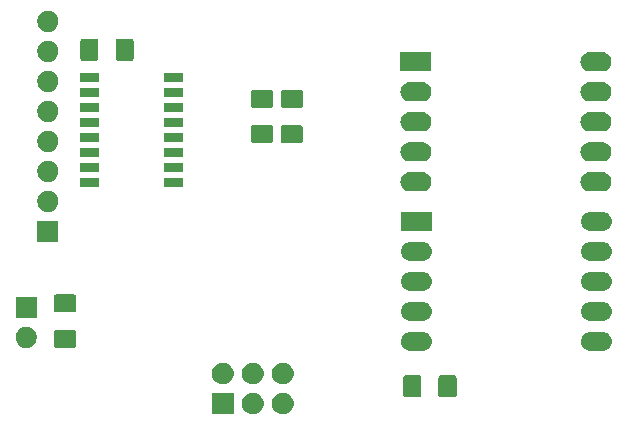
<source format=gbr>
G04 #@! TF.GenerationSoftware,KiCad,Pcbnew,5.1.6-1.fc32*
G04 #@! TF.CreationDate,2020-06-02T17:43:18-04:00*
G04 #@! TF.ProjectId,binarydispattiny,62696e61-7279-4646-9973-70617474696e,0.3*
G04 #@! TF.SameCoordinates,Original*
G04 #@! TF.FileFunction,Soldermask,Bot*
G04 #@! TF.FilePolarity,Negative*
%FSLAX46Y46*%
G04 Gerber Fmt 4.6, Leading zero omitted, Abs format (unit mm)*
G04 Created by KiCad (PCBNEW 5.1.6-1.fc32) date 2020-06-02 17:43:18*
%MOMM*%
%LPD*%
G01*
G04 APERTURE LIST*
%ADD10C,0.100000*%
G04 APERTURE END LIST*
D10*
G36*
X129972000Y-111315700D02*
G01*
X128142800Y-111315700D01*
X128142800Y-109486500D01*
X129972000Y-109486500D01*
X129972000Y-111315700D01*
G37*
G36*
X131864178Y-109521647D02*
G01*
X132030624Y-109590591D01*
X132180422Y-109690683D01*
X132307817Y-109818078D01*
X132407909Y-109967876D01*
X132476853Y-110134322D01*
X132512000Y-110311018D01*
X132512000Y-110491182D01*
X132476853Y-110667878D01*
X132407909Y-110834324D01*
X132307817Y-110984122D01*
X132180422Y-111111517D01*
X132030624Y-111211609D01*
X131864178Y-111280553D01*
X131687482Y-111315700D01*
X131507318Y-111315700D01*
X131330622Y-111280553D01*
X131164176Y-111211609D01*
X131014378Y-111111517D01*
X130886983Y-110984122D01*
X130786891Y-110834324D01*
X130717947Y-110667878D01*
X130682800Y-110491182D01*
X130682800Y-110311018D01*
X130717947Y-110134322D01*
X130786891Y-109967876D01*
X130886983Y-109818078D01*
X131014378Y-109690683D01*
X131164176Y-109590591D01*
X131330622Y-109521647D01*
X131507318Y-109486500D01*
X131687482Y-109486500D01*
X131864178Y-109521647D01*
G37*
G36*
X134404178Y-109521647D02*
G01*
X134570624Y-109590591D01*
X134720422Y-109690683D01*
X134847817Y-109818078D01*
X134947909Y-109967876D01*
X135016853Y-110134322D01*
X135052000Y-110311018D01*
X135052000Y-110491182D01*
X135016853Y-110667878D01*
X134947909Y-110834324D01*
X134847817Y-110984122D01*
X134720422Y-111111517D01*
X134570624Y-111211609D01*
X134404178Y-111280553D01*
X134227482Y-111315700D01*
X134047318Y-111315700D01*
X133870622Y-111280553D01*
X133704176Y-111211609D01*
X133554378Y-111111517D01*
X133426983Y-110984122D01*
X133326891Y-110834324D01*
X133257947Y-110667878D01*
X133222800Y-110491182D01*
X133222800Y-110311018D01*
X133257947Y-110134322D01*
X133326891Y-109967876D01*
X133426983Y-109818078D01*
X133554378Y-109690683D01*
X133704176Y-109590591D01*
X133870622Y-109521647D01*
X134047318Y-109486500D01*
X134227482Y-109486500D01*
X134404178Y-109521647D01*
G37*
G36*
X145719122Y-108028941D02*
G01*
X145754041Y-108039534D01*
X145786223Y-108056736D01*
X145814433Y-108079887D01*
X145837584Y-108108097D01*
X145854786Y-108140279D01*
X145865379Y-108175198D01*
X145869560Y-108217655D01*
X145869560Y-109683865D01*
X145865379Y-109726322D01*
X145854786Y-109761241D01*
X145837584Y-109793423D01*
X145814433Y-109821633D01*
X145786223Y-109844784D01*
X145754041Y-109861986D01*
X145719122Y-109872579D01*
X145676665Y-109876760D01*
X144535455Y-109876760D01*
X144492998Y-109872579D01*
X144458079Y-109861986D01*
X144425897Y-109844784D01*
X144397687Y-109821633D01*
X144374536Y-109793423D01*
X144357334Y-109761241D01*
X144346741Y-109726322D01*
X144342560Y-109683865D01*
X144342560Y-108217655D01*
X144346741Y-108175198D01*
X144357334Y-108140279D01*
X144374536Y-108108097D01*
X144397687Y-108079887D01*
X144425897Y-108056736D01*
X144458079Y-108039534D01*
X144492998Y-108028941D01*
X144535455Y-108024760D01*
X145676665Y-108024760D01*
X145719122Y-108028941D01*
G37*
G36*
X148694122Y-108028941D02*
G01*
X148729041Y-108039534D01*
X148761223Y-108056736D01*
X148789433Y-108079887D01*
X148812584Y-108108097D01*
X148829786Y-108140279D01*
X148840379Y-108175198D01*
X148844560Y-108217655D01*
X148844560Y-109683865D01*
X148840379Y-109726322D01*
X148829786Y-109761241D01*
X148812584Y-109793423D01*
X148789433Y-109821633D01*
X148761223Y-109844784D01*
X148729041Y-109861986D01*
X148694122Y-109872579D01*
X148651665Y-109876760D01*
X147510455Y-109876760D01*
X147467998Y-109872579D01*
X147433079Y-109861986D01*
X147400897Y-109844784D01*
X147372687Y-109821633D01*
X147349536Y-109793423D01*
X147332334Y-109761241D01*
X147321741Y-109726322D01*
X147317560Y-109683865D01*
X147317560Y-108217655D01*
X147321741Y-108175198D01*
X147332334Y-108140279D01*
X147349536Y-108108097D01*
X147372687Y-108079887D01*
X147400897Y-108056736D01*
X147433079Y-108039534D01*
X147467998Y-108028941D01*
X147510455Y-108024760D01*
X148651665Y-108024760D01*
X148694122Y-108028941D01*
G37*
G36*
X129324178Y-106981647D02*
G01*
X129490624Y-107050591D01*
X129640422Y-107150683D01*
X129767817Y-107278078D01*
X129867909Y-107427876D01*
X129936853Y-107594322D01*
X129972000Y-107771018D01*
X129972000Y-107951182D01*
X129936853Y-108127878D01*
X129867909Y-108294324D01*
X129767817Y-108444122D01*
X129640422Y-108571517D01*
X129490624Y-108671609D01*
X129324178Y-108740553D01*
X129147482Y-108775700D01*
X128967318Y-108775700D01*
X128790622Y-108740553D01*
X128624176Y-108671609D01*
X128474378Y-108571517D01*
X128346983Y-108444122D01*
X128246891Y-108294324D01*
X128177947Y-108127878D01*
X128142800Y-107951182D01*
X128142800Y-107771018D01*
X128177947Y-107594322D01*
X128246891Y-107427876D01*
X128346983Y-107278078D01*
X128474378Y-107150683D01*
X128624176Y-107050591D01*
X128790622Y-106981647D01*
X128967318Y-106946500D01*
X129147482Y-106946500D01*
X129324178Y-106981647D01*
G37*
G36*
X131864178Y-106981647D02*
G01*
X132030624Y-107050591D01*
X132180422Y-107150683D01*
X132307817Y-107278078D01*
X132407909Y-107427876D01*
X132476853Y-107594322D01*
X132512000Y-107771018D01*
X132512000Y-107951182D01*
X132476853Y-108127878D01*
X132407909Y-108294324D01*
X132307817Y-108444122D01*
X132180422Y-108571517D01*
X132030624Y-108671609D01*
X131864178Y-108740553D01*
X131687482Y-108775700D01*
X131507318Y-108775700D01*
X131330622Y-108740553D01*
X131164176Y-108671609D01*
X131014378Y-108571517D01*
X130886983Y-108444122D01*
X130786891Y-108294324D01*
X130717947Y-108127878D01*
X130682800Y-107951182D01*
X130682800Y-107771018D01*
X130717947Y-107594322D01*
X130786891Y-107427876D01*
X130886983Y-107278078D01*
X131014378Y-107150683D01*
X131164176Y-107050591D01*
X131330622Y-106981647D01*
X131507318Y-106946500D01*
X131687482Y-106946500D01*
X131864178Y-106981647D01*
G37*
G36*
X134404178Y-106981647D02*
G01*
X134570624Y-107050591D01*
X134720422Y-107150683D01*
X134847817Y-107278078D01*
X134947909Y-107427876D01*
X135016853Y-107594322D01*
X135052000Y-107771018D01*
X135052000Y-107951182D01*
X135016853Y-108127878D01*
X134947909Y-108294324D01*
X134847817Y-108444122D01*
X134720422Y-108571517D01*
X134570624Y-108671609D01*
X134404178Y-108740553D01*
X134227482Y-108775700D01*
X134047318Y-108775700D01*
X133870622Y-108740553D01*
X133704176Y-108671609D01*
X133554378Y-108571517D01*
X133426983Y-108444122D01*
X133326891Y-108294324D01*
X133257947Y-108127878D01*
X133222800Y-107951182D01*
X133222800Y-107771018D01*
X133257947Y-107594322D01*
X133326891Y-107427876D01*
X133426983Y-107278078D01*
X133554378Y-107150683D01*
X133704176Y-107050591D01*
X133870622Y-106981647D01*
X134047318Y-106946500D01*
X134227482Y-106946500D01*
X134404178Y-106981647D01*
G37*
G36*
X146020147Y-104341841D02*
G01*
X146099776Y-104349684D01*
X146253027Y-104396172D01*
X146253030Y-104396173D01*
X146394263Y-104471664D01*
X146518059Y-104573261D01*
X146619656Y-104697057D01*
X146695147Y-104838290D01*
X146695148Y-104838293D01*
X146741636Y-104991544D01*
X146757333Y-105150920D01*
X146741636Y-105310296D01*
X146722083Y-105374753D01*
X146695147Y-105463550D01*
X146619656Y-105604783D01*
X146518059Y-105728579D01*
X146394263Y-105830176D01*
X146253030Y-105905667D01*
X146253027Y-105905668D01*
X146099776Y-105952156D01*
X146020147Y-105959999D01*
X145980334Y-105963920D01*
X144900466Y-105963920D01*
X144860653Y-105959999D01*
X144781024Y-105952156D01*
X144627773Y-105905668D01*
X144627770Y-105905667D01*
X144486537Y-105830176D01*
X144362741Y-105728579D01*
X144261144Y-105604783D01*
X144185653Y-105463550D01*
X144158717Y-105374753D01*
X144139164Y-105310296D01*
X144123467Y-105150920D01*
X144139164Y-104991544D01*
X144185652Y-104838293D01*
X144185653Y-104838290D01*
X144261144Y-104697057D01*
X144362741Y-104573261D01*
X144486537Y-104471664D01*
X144627770Y-104396173D01*
X144627773Y-104396172D01*
X144781024Y-104349684D01*
X144860653Y-104341841D01*
X144900466Y-104337920D01*
X145980334Y-104337920D01*
X146020147Y-104341841D01*
G37*
G36*
X161260147Y-104341841D02*
G01*
X161339776Y-104349684D01*
X161493027Y-104396172D01*
X161493030Y-104396173D01*
X161634263Y-104471664D01*
X161758059Y-104573261D01*
X161859656Y-104697057D01*
X161935147Y-104838290D01*
X161935148Y-104838293D01*
X161981636Y-104991544D01*
X161997333Y-105150920D01*
X161981636Y-105310296D01*
X161962083Y-105374753D01*
X161935147Y-105463550D01*
X161859656Y-105604783D01*
X161758059Y-105728579D01*
X161634263Y-105830176D01*
X161493030Y-105905667D01*
X161493027Y-105905668D01*
X161339776Y-105952156D01*
X161260147Y-105959999D01*
X161220334Y-105963920D01*
X160140466Y-105963920D01*
X160100653Y-105959999D01*
X160021024Y-105952156D01*
X159867773Y-105905668D01*
X159867770Y-105905667D01*
X159726537Y-105830176D01*
X159602741Y-105728579D01*
X159501144Y-105604783D01*
X159425653Y-105463550D01*
X159398717Y-105374753D01*
X159379164Y-105310296D01*
X159363467Y-105150920D01*
X159379164Y-104991544D01*
X159425652Y-104838293D01*
X159425653Y-104838290D01*
X159501144Y-104697057D01*
X159602741Y-104573261D01*
X159726537Y-104471664D01*
X159867770Y-104396173D01*
X159867773Y-104396172D01*
X160021024Y-104349684D01*
X160100653Y-104341841D01*
X160140466Y-104337920D01*
X161220334Y-104337920D01*
X161260147Y-104341841D01*
G37*
G36*
X112521212Y-103904327D02*
G01*
X112670512Y-103934024D01*
X112834484Y-104001944D01*
X112982054Y-104100547D01*
X113107553Y-104226046D01*
X113206156Y-104373616D01*
X113274076Y-104537588D01*
X113308700Y-104711659D01*
X113308700Y-104889141D01*
X113274076Y-105063212D01*
X113206156Y-105227184D01*
X113107553Y-105374754D01*
X112982054Y-105500253D01*
X112834484Y-105598856D01*
X112670512Y-105666776D01*
X112521212Y-105696473D01*
X112496442Y-105701400D01*
X112318958Y-105701400D01*
X112294188Y-105696473D01*
X112144888Y-105666776D01*
X111980916Y-105598856D01*
X111833346Y-105500253D01*
X111707847Y-105374754D01*
X111609244Y-105227184D01*
X111541324Y-105063212D01*
X111506700Y-104889141D01*
X111506700Y-104711659D01*
X111541324Y-104537588D01*
X111609244Y-104373616D01*
X111707847Y-104226046D01*
X111833346Y-104100547D01*
X111980916Y-104001944D01*
X112144888Y-103934024D01*
X112294188Y-103904327D01*
X112318958Y-103899400D01*
X112496442Y-103899400D01*
X112521212Y-103904327D01*
G37*
G36*
X116472562Y-104144281D02*
G01*
X116507481Y-104154874D01*
X116539663Y-104172076D01*
X116567873Y-104195227D01*
X116591024Y-104223437D01*
X116608226Y-104255619D01*
X116618819Y-104290538D01*
X116623000Y-104332995D01*
X116623000Y-105474205D01*
X116618819Y-105516662D01*
X116608226Y-105551581D01*
X116591024Y-105583763D01*
X116567873Y-105611973D01*
X116539663Y-105635124D01*
X116507481Y-105652326D01*
X116472562Y-105662919D01*
X116430105Y-105667100D01*
X114963895Y-105667100D01*
X114921438Y-105662919D01*
X114886519Y-105652326D01*
X114854337Y-105635124D01*
X114826127Y-105611973D01*
X114802976Y-105583763D01*
X114785774Y-105551581D01*
X114775181Y-105516662D01*
X114771000Y-105474205D01*
X114771000Y-104332995D01*
X114775181Y-104290538D01*
X114785774Y-104255619D01*
X114802976Y-104223437D01*
X114826127Y-104195227D01*
X114854337Y-104172076D01*
X114886519Y-104154874D01*
X114921438Y-104144281D01*
X114963895Y-104140100D01*
X116430105Y-104140100D01*
X116472562Y-104144281D01*
G37*
G36*
X146020147Y-101801841D02*
G01*
X146099776Y-101809684D01*
X146253027Y-101856172D01*
X146253030Y-101856173D01*
X146394263Y-101931664D01*
X146518059Y-102033261D01*
X146619656Y-102157057D01*
X146695147Y-102298290D01*
X146695148Y-102298293D01*
X146741636Y-102451544D01*
X146757333Y-102610920D01*
X146741636Y-102770296D01*
X146695148Y-102923547D01*
X146695147Y-102923550D01*
X146619656Y-103064783D01*
X146518059Y-103188579D01*
X146394263Y-103290176D01*
X146253030Y-103365667D01*
X146253027Y-103365668D01*
X146099776Y-103412156D01*
X146020147Y-103419999D01*
X145980334Y-103423920D01*
X144900466Y-103423920D01*
X144860653Y-103419999D01*
X144781024Y-103412156D01*
X144627773Y-103365668D01*
X144627770Y-103365667D01*
X144486537Y-103290176D01*
X144362741Y-103188579D01*
X144261144Y-103064783D01*
X144185653Y-102923550D01*
X144185652Y-102923547D01*
X144139164Y-102770296D01*
X144123467Y-102610920D01*
X144139164Y-102451544D01*
X144185652Y-102298293D01*
X144185653Y-102298290D01*
X144261144Y-102157057D01*
X144362741Y-102033261D01*
X144486537Y-101931664D01*
X144627770Y-101856173D01*
X144627773Y-101856172D01*
X144781024Y-101809684D01*
X144860653Y-101801841D01*
X144900466Y-101797920D01*
X145980334Y-101797920D01*
X146020147Y-101801841D01*
G37*
G36*
X161260147Y-101801841D02*
G01*
X161339776Y-101809684D01*
X161493027Y-101856172D01*
X161493030Y-101856173D01*
X161634263Y-101931664D01*
X161758059Y-102033261D01*
X161859656Y-102157057D01*
X161935147Y-102298290D01*
X161935148Y-102298293D01*
X161981636Y-102451544D01*
X161997333Y-102610920D01*
X161981636Y-102770296D01*
X161935148Y-102923547D01*
X161935147Y-102923550D01*
X161859656Y-103064783D01*
X161758059Y-103188579D01*
X161634263Y-103290176D01*
X161493030Y-103365667D01*
X161493027Y-103365668D01*
X161339776Y-103412156D01*
X161260147Y-103419999D01*
X161220334Y-103423920D01*
X160140466Y-103423920D01*
X160100653Y-103419999D01*
X160021024Y-103412156D01*
X159867773Y-103365668D01*
X159867770Y-103365667D01*
X159726537Y-103290176D01*
X159602741Y-103188579D01*
X159501144Y-103064783D01*
X159425653Y-102923550D01*
X159425652Y-102923547D01*
X159379164Y-102770296D01*
X159363467Y-102610920D01*
X159379164Y-102451544D01*
X159425652Y-102298293D01*
X159425653Y-102298290D01*
X159501144Y-102157057D01*
X159602741Y-102033261D01*
X159726537Y-101931664D01*
X159867770Y-101856173D01*
X159867773Y-101856172D01*
X160021024Y-101809684D01*
X160100653Y-101801841D01*
X160140466Y-101797920D01*
X161220334Y-101797920D01*
X161260147Y-101801841D01*
G37*
G36*
X113308700Y-103161400D02*
G01*
X111506700Y-103161400D01*
X111506700Y-101359400D01*
X113308700Y-101359400D01*
X113308700Y-103161400D01*
G37*
G36*
X116472562Y-101169281D02*
G01*
X116507481Y-101179874D01*
X116539663Y-101197076D01*
X116567873Y-101220227D01*
X116591024Y-101248437D01*
X116608226Y-101280619D01*
X116618819Y-101315538D01*
X116623000Y-101357995D01*
X116623000Y-102499205D01*
X116618819Y-102541662D01*
X116608226Y-102576581D01*
X116591024Y-102608763D01*
X116567873Y-102636973D01*
X116539663Y-102660124D01*
X116507481Y-102677326D01*
X116472562Y-102687919D01*
X116430105Y-102692100D01*
X114963895Y-102692100D01*
X114921438Y-102687919D01*
X114886519Y-102677326D01*
X114854337Y-102660124D01*
X114826127Y-102636973D01*
X114802976Y-102608763D01*
X114785774Y-102576581D01*
X114775181Y-102541662D01*
X114771000Y-102499205D01*
X114771000Y-101357995D01*
X114775181Y-101315538D01*
X114785774Y-101280619D01*
X114802976Y-101248437D01*
X114826127Y-101220227D01*
X114854337Y-101197076D01*
X114886519Y-101179874D01*
X114921438Y-101169281D01*
X114963895Y-101165100D01*
X116430105Y-101165100D01*
X116472562Y-101169281D01*
G37*
G36*
X146020147Y-99261841D02*
G01*
X146099776Y-99269684D01*
X146253027Y-99316172D01*
X146253030Y-99316173D01*
X146394263Y-99391664D01*
X146518059Y-99493261D01*
X146619656Y-99617057D01*
X146695147Y-99758290D01*
X146695148Y-99758293D01*
X146741636Y-99911544D01*
X146757333Y-100070920D01*
X146741636Y-100230296D01*
X146695148Y-100383547D01*
X146695147Y-100383550D01*
X146619656Y-100524783D01*
X146518059Y-100648579D01*
X146394263Y-100750176D01*
X146253030Y-100825667D01*
X146253027Y-100825668D01*
X146099776Y-100872156D01*
X146020147Y-100879999D01*
X145980334Y-100883920D01*
X144900466Y-100883920D01*
X144860653Y-100879999D01*
X144781024Y-100872156D01*
X144627773Y-100825668D01*
X144627770Y-100825667D01*
X144486537Y-100750176D01*
X144362741Y-100648579D01*
X144261144Y-100524783D01*
X144185653Y-100383550D01*
X144185652Y-100383547D01*
X144139164Y-100230296D01*
X144123467Y-100070920D01*
X144139164Y-99911544D01*
X144185652Y-99758293D01*
X144185653Y-99758290D01*
X144261144Y-99617057D01*
X144362741Y-99493261D01*
X144486537Y-99391664D01*
X144627770Y-99316173D01*
X144627773Y-99316172D01*
X144781024Y-99269684D01*
X144860653Y-99261841D01*
X144900466Y-99257920D01*
X145980334Y-99257920D01*
X146020147Y-99261841D01*
G37*
G36*
X161260147Y-99261841D02*
G01*
X161339776Y-99269684D01*
X161493027Y-99316172D01*
X161493030Y-99316173D01*
X161634263Y-99391664D01*
X161758059Y-99493261D01*
X161859656Y-99617057D01*
X161935147Y-99758290D01*
X161935148Y-99758293D01*
X161981636Y-99911544D01*
X161997333Y-100070920D01*
X161981636Y-100230296D01*
X161935148Y-100383547D01*
X161935147Y-100383550D01*
X161859656Y-100524783D01*
X161758059Y-100648579D01*
X161634263Y-100750176D01*
X161493030Y-100825667D01*
X161493027Y-100825668D01*
X161339776Y-100872156D01*
X161260147Y-100879999D01*
X161220334Y-100883920D01*
X160140466Y-100883920D01*
X160100653Y-100879999D01*
X160021024Y-100872156D01*
X159867773Y-100825668D01*
X159867770Y-100825667D01*
X159726537Y-100750176D01*
X159602741Y-100648579D01*
X159501144Y-100524783D01*
X159425653Y-100383550D01*
X159425652Y-100383547D01*
X159379164Y-100230296D01*
X159363467Y-100070920D01*
X159379164Y-99911544D01*
X159425652Y-99758293D01*
X159425653Y-99758290D01*
X159501144Y-99617057D01*
X159602741Y-99493261D01*
X159726537Y-99391664D01*
X159867770Y-99316173D01*
X159867773Y-99316172D01*
X160021024Y-99269684D01*
X160100653Y-99261841D01*
X160140466Y-99257920D01*
X161220334Y-99257920D01*
X161260147Y-99261841D01*
G37*
G36*
X161260147Y-96721841D02*
G01*
X161339776Y-96729684D01*
X161493027Y-96776172D01*
X161493030Y-96776173D01*
X161634263Y-96851664D01*
X161758059Y-96953261D01*
X161859656Y-97077057D01*
X161935147Y-97218290D01*
X161935148Y-97218293D01*
X161981636Y-97371544D01*
X161997333Y-97530920D01*
X161981636Y-97690296D01*
X161935148Y-97843547D01*
X161935147Y-97843550D01*
X161859656Y-97984783D01*
X161758059Y-98108579D01*
X161634263Y-98210176D01*
X161493030Y-98285667D01*
X161493027Y-98285668D01*
X161339776Y-98332156D01*
X161260147Y-98339999D01*
X161220334Y-98343920D01*
X160140466Y-98343920D01*
X160100653Y-98339999D01*
X160021024Y-98332156D01*
X159867773Y-98285668D01*
X159867770Y-98285667D01*
X159726537Y-98210176D01*
X159602741Y-98108579D01*
X159501144Y-97984783D01*
X159425653Y-97843550D01*
X159425652Y-97843547D01*
X159379164Y-97690296D01*
X159363467Y-97530920D01*
X159379164Y-97371544D01*
X159425652Y-97218293D01*
X159425653Y-97218290D01*
X159501144Y-97077057D01*
X159602741Y-96953261D01*
X159726537Y-96851664D01*
X159867770Y-96776173D01*
X159867773Y-96776172D01*
X160021024Y-96729684D01*
X160100653Y-96721841D01*
X160140466Y-96717920D01*
X161220334Y-96717920D01*
X161260147Y-96721841D01*
G37*
G36*
X146020147Y-96721841D02*
G01*
X146099776Y-96729684D01*
X146253027Y-96776172D01*
X146253030Y-96776173D01*
X146394263Y-96851664D01*
X146518059Y-96953261D01*
X146619656Y-97077057D01*
X146695147Y-97218290D01*
X146695148Y-97218293D01*
X146741636Y-97371544D01*
X146757333Y-97530920D01*
X146741636Y-97690296D01*
X146695148Y-97843547D01*
X146695147Y-97843550D01*
X146619656Y-97984783D01*
X146518059Y-98108579D01*
X146394263Y-98210176D01*
X146253030Y-98285667D01*
X146253027Y-98285668D01*
X146099776Y-98332156D01*
X146020147Y-98339999D01*
X145980334Y-98343920D01*
X144900466Y-98343920D01*
X144860653Y-98339999D01*
X144781024Y-98332156D01*
X144627773Y-98285668D01*
X144627770Y-98285667D01*
X144486537Y-98210176D01*
X144362741Y-98108579D01*
X144261144Y-97984783D01*
X144185653Y-97843550D01*
X144185652Y-97843547D01*
X144139164Y-97690296D01*
X144123467Y-97530920D01*
X144139164Y-97371544D01*
X144185652Y-97218293D01*
X144185653Y-97218290D01*
X144261144Y-97077057D01*
X144362741Y-96953261D01*
X144486537Y-96851664D01*
X144627770Y-96776173D01*
X144627773Y-96776172D01*
X144781024Y-96729684D01*
X144860653Y-96721841D01*
X144900466Y-96717920D01*
X145980334Y-96717920D01*
X146020147Y-96721841D01*
G37*
G36*
X115137500Y-96722500D02*
G01*
X113335500Y-96722500D01*
X113335500Y-94920500D01*
X115137500Y-94920500D01*
X115137500Y-96722500D01*
G37*
G36*
X161260147Y-94181841D02*
G01*
X161339776Y-94189684D01*
X161493027Y-94236172D01*
X161493030Y-94236173D01*
X161634263Y-94311664D01*
X161758059Y-94413261D01*
X161859656Y-94537057D01*
X161935147Y-94678290D01*
X161935148Y-94678293D01*
X161981636Y-94831544D01*
X161997333Y-94990920D01*
X161981636Y-95150296D01*
X161935148Y-95303547D01*
X161935147Y-95303550D01*
X161859656Y-95444783D01*
X161758059Y-95568579D01*
X161634263Y-95670176D01*
X161493030Y-95745667D01*
X161493027Y-95745668D01*
X161339776Y-95792156D01*
X161260147Y-95799999D01*
X161220334Y-95803920D01*
X160140466Y-95803920D01*
X160100653Y-95799999D01*
X160021024Y-95792156D01*
X159867773Y-95745668D01*
X159867770Y-95745667D01*
X159726537Y-95670176D01*
X159602741Y-95568579D01*
X159501144Y-95444783D01*
X159425653Y-95303550D01*
X159425652Y-95303547D01*
X159379164Y-95150296D01*
X159363467Y-94990920D01*
X159379164Y-94831544D01*
X159425652Y-94678293D01*
X159425653Y-94678290D01*
X159501144Y-94537057D01*
X159602741Y-94413261D01*
X159726537Y-94311664D01*
X159867770Y-94236173D01*
X159867773Y-94236172D01*
X160021024Y-94189684D01*
X160100653Y-94181841D01*
X160140466Y-94177920D01*
X161220334Y-94177920D01*
X161260147Y-94181841D01*
G37*
G36*
X146753400Y-95803920D02*
G01*
X144127400Y-95803920D01*
X144127400Y-94177920D01*
X146753400Y-94177920D01*
X146753400Y-95803920D01*
G37*
G36*
X114350012Y-92385427D02*
G01*
X114499312Y-92415124D01*
X114663284Y-92483044D01*
X114810854Y-92581647D01*
X114936353Y-92707146D01*
X115034956Y-92854716D01*
X115102876Y-93018688D01*
X115137500Y-93192759D01*
X115137500Y-93370241D01*
X115102876Y-93544312D01*
X115034956Y-93708284D01*
X114936353Y-93855854D01*
X114810854Y-93981353D01*
X114663284Y-94079956D01*
X114499312Y-94147876D01*
X114350012Y-94177573D01*
X114325242Y-94182500D01*
X114147758Y-94182500D01*
X114122988Y-94177573D01*
X113973688Y-94147876D01*
X113809716Y-94079956D01*
X113662146Y-93981353D01*
X113536647Y-93855854D01*
X113438044Y-93708284D01*
X113370124Y-93544312D01*
X113335500Y-93370241D01*
X113335500Y-93192759D01*
X113370124Y-93018688D01*
X113438044Y-92854716D01*
X113536647Y-92707146D01*
X113662146Y-92581647D01*
X113809716Y-92483044D01*
X113973688Y-92415124D01*
X114122988Y-92385427D01*
X114147758Y-92380500D01*
X114325242Y-92380500D01*
X114350012Y-92385427D01*
G37*
G36*
X161224587Y-90823501D02*
G01*
X161304216Y-90831344D01*
X161457467Y-90877832D01*
X161457470Y-90877833D01*
X161598703Y-90953324D01*
X161722499Y-91054921D01*
X161824096Y-91178717D01*
X161899587Y-91319950D01*
X161899588Y-91319953D01*
X161946076Y-91473204D01*
X161961773Y-91632580D01*
X161946076Y-91791956D01*
X161899588Y-91945207D01*
X161899587Y-91945210D01*
X161824096Y-92086443D01*
X161722499Y-92210239D01*
X161598703Y-92311836D01*
X161457470Y-92387327D01*
X161457467Y-92387328D01*
X161304216Y-92433816D01*
X161224587Y-92441659D01*
X161184774Y-92445580D01*
X160104906Y-92445580D01*
X160065093Y-92441659D01*
X159985464Y-92433816D01*
X159832213Y-92387328D01*
X159832210Y-92387327D01*
X159690977Y-92311836D01*
X159567181Y-92210239D01*
X159465584Y-92086443D01*
X159390093Y-91945210D01*
X159390092Y-91945207D01*
X159343604Y-91791956D01*
X159327907Y-91632580D01*
X159343604Y-91473204D01*
X159390092Y-91319953D01*
X159390093Y-91319950D01*
X159465584Y-91178717D01*
X159567181Y-91054921D01*
X159690977Y-90953324D01*
X159832210Y-90877833D01*
X159832213Y-90877832D01*
X159985464Y-90831344D01*
X160065093Y-90823501D01*
X160104906Y-90819580D01*
X161184774Y-90819580D01*
X161224587Y-90823501D01*
G37*
G36*
X145984587Y-90823501D02*
G01*
X146064216Y-90831344D01*
X146217467Y-90877832D01*
X146217470Y-90877833D01*
X146358703Y-90953324D01*
X146482499Y-91054921D01*
X146584096Y-91178717D01*
X146659587Y-91319950D01*
X146659588Y-91319953D01*
X146706076Y-91473204D01*
X146721773Y-91632580D01*
X146706076Y-91791956D01*
X146659588Y-91945207D01*
X146659587Y-91945210D01*
X146584096Y-92086443D01*
X146482499Y-92210239D01*
X146358703Y-92311836D01*
X146217470Y-92387327D01*
X146217467Y-92387328D01*
X146064216Y-92433816D01*
X145984587Y-92441659D01*
X145944774Y-92445580D01*
X144864906Y-92445580D01*
X144825093Y-92441659D01*
X144745464Y-92433816D01*
X144592213Y-92387328D01*
X144592210Y-92387327D01*
X144450977Y-92311836D01*
X144327181Y-92210239D01*
X144225584Y-92086443D01*
X144150093Y-91945210D01*
X144150092Y-91945207D01*
X144103604Y-91791956D01*
X144087907Y-91632580D01*
X144103604Y-91473204D01*
X144150092Y-91319953D01*
X144150093Y-91319950D01*
X144225584Y-91178717D01*
X144327181Y-91054921D01*
X144450977Y-90953324D01*
X144592210Y-90877833D01*
X144592213Y-90877832D01*
X144745464Y-90831344D01*
X144825093Y-90823501D01*
X144864906Y-90819580D01*
X145944774Y-90819580D01*
X145984587Y-90823501D01*
G37*
G36*
X118599500Y-92045000D02*
G01*
X116997500Y-92045000D01*
X116997500Y-91343000D01*
X118599500Y-91343000D01*
X118599500Y-92045000D01*
G37*
G36*
X125699500Y-92045000D02*
G01*
X124097500Y-92045000D01*
X124097500Y-91343000D01*
X125699500Y-91343000D01*
X125699500Y-92045000D01*
G37*
G36*
X114350012Y-89845427D02*
G01*
X114499312Y-89875124D01*
X114663284Y-89943044D01*
X114810854Y-90041647D01*
X114936353Y-90167146D01*
X115034956Y-90314716D01*
X115102876Y-90478688D01*
X115137500Y-90652759D01*
X115137500Y-90830241D01*
X115102876Y-91004312D01*
X115034956Y-91168284D01*
X114936353Y-91315854D01*
X114810854Y-91441353D01*
X114663284Y-91539956D01*
X114499312Y-91607876D01*
X114350012Y-91637573D01*
X114325242Y-91642500D01*
X114147758Y-91642500D01*
X114122988Y-91637573D01*
X113973688Y-91607876D01*
X113809716Y-91539956D01*
X113662146Y-91441353D01*
X113536647Y-91315854D01*
X113438044Y-91168284D01*
X113370124Y-91004312D01*
X113335500Y-90830241D01*
X113335500Y-90652759D01*
X113370124Y-90478688D01*
X113438044Y-90314716D01*
X113536647Y-90167146D01*
X113662146Y-90041647D01*
X113809716Y-89943044D01*
X113973688Y-89875124D01*
X114122988Y-89845427D01*
X114147758Y-89840500D01*
X114325242Y-89840500D01*
X114350012Y-89845427D01*
G37*
G36*
X125699500Y-90775000D02*
G01*
X124097500Y-90775000D01*
X124097500Y-90073000D01*
X125699500Y-90073000D01*
X125699500Y-90775000D01*
G37*
G36*
X118599500Y-90775000D02*
G01*
X116997500Y-90775000D01*
X116997500Y-90073000D01*
X118599500Y-90073000D01*
X118599500Y-90775000D01*
G37*
G36*
X161224587Y-88283501D02*
G01*
X161304216Y-88291344D01*
X161440364Y-88332644D01*
X161457470Y-88337833D01*
X161598703Y-88413324D01*
X161722499Y-88514921D01*
X161824096Y-88638717D01*
X161899587Y-88779950D01*
X161899588Y-88779953D01*
X161946076Y-88933204D01*
X161961773Y-89092580D01*
X161946076Y-89251956D01*
X161899588Y-89405207D01*
X161899587Y-89405210D01*
X161824096Y-89546443D01*
X161722499Y-89670239D01*
X161598703Y-89771836D01*
X161457470Y-89847327D01*
X161457467Y-89847328D01*
X161304216Y-89893816D01*
X161224587Y-89901659D01*
X161184774Y-89905580D01*
X160104906Y-89905580D01*
X160065093Y-89901659D01*
X159985464Y-89893816D01*
X159832213Y-89847328D01*
X159832210Y-89847327D01*
X159690977Y-89771836D01*
X159567181Y-89670239D01*
X159465584Y-89546443D01*
X159390093Y-89405210D01*
X159390092Y-89405207D01*
X159343604Y-89251956D01*
X159327907Y-89092580D01*
X159343604Y-88933204D01*
X159390092Y-88779953D01*
X159390093Y-88779950D01*
X159465584Y-88638717D01*
X159567181Y-88514921D01*
X159690977Y-88413324D01*
X159832210Y-88337833D01*
X159849316Y-88332644D01*
X159985464Y-88291344D01*
X160065093Y-88283501D01*
X160104906Y-88279580D01*
X161184774Y-88279580D01*
X161224587Y-88283501D01*
G37*
G36*
X145984587Y-88283501D02*
G01*
X146064216Y-88291344D01*
X146200364Y-88332644D01*
X146217470Y-88337833D01*
X146358703Y-88413324D01*
X146482499Y-88514921D01*
X146584096Y-88638717D01*
X146659587Y-88779950D01*
X146659588Y-88779953D01*
X146706076Y-88933204D01*
X146721773Y-89092580D01*
X146706076Y-89251956D01*
X146659588Y-89405207D01*
X146659587Y-89405210D01*
X146584096Y-89546443D01*
X146482499Y-89670239D01*
X146358703Y-89771836D01*
X146217470Y-89847327D01*
X146217467Y-89847328D01*
X146064216Y-89893816D01*
X145984587Y-89901659D01*
X145944774Y-89905580D01*
X144864906Y-89905580D01*
X144825093Y-89901659D01*
X144745464Y-89893816D01*
X144592213Y-89847328D01*
X144592210Y-89847327D01*
X144450977Y-89771836D01*
X144327181Y-89670239D01*
X144225584Y-89546443D01*
X144150093Y-89405210D01*
X144150092Y-89405207D01*
X144103604Y-89251956D01*
X144087907Y-89092580D01*
X144103604Y-88933204D01*
X144150092Y-88779953D01*
X144150093Y-88779950D01*
X144225584Y-88638717D01*
X144327181Y-88514921D01*
X144450977Y-88413324D01*
X144592210Y-88337833D01*
X144609316Y-88332644D01*
X144745464Y-88291344D01*
X144825093Y-88283501D01*
X144864906Y-88279580D01*
X145944774Y-88279580D01*
X145984587Y-88283501D01*
G37*
G36*
X125699500Y-89505000D02*
G01*
X124097500Y-89505000D01*
X124097500Y-88803000D01*
X125699500Y-88803000D01*
X125699500Y-89505000D01*
G37*
G36*
X118599500Y-89505000D02*
G01*
X116997500Y-89505000D01*
X116997500Y-88803000D01*
X118599500Y-88803000D01*
X118599500Y-89505000D01*
G37*
G36*
X114350012Y-87305427D02*
G01*
X114499312Y-87335124D01*
X114663284Y-87403044D01*
X114810854Y-87501647D01*
X114936353Y-87627146D01*
X115034956Y-87774716D01*
X115102876Y-87938688D01*
X115137500Y-88112759D01*
X115137500Y-88290241D01*
X115102876Y-88464312D01*
X115034956Y-88628284D01*
X114936353Y-88775854D01*
X114810854Y-88901353D01*
X114663284Y-88999956D01*
X114499312Y-89067876D01*
X114350012Y-89097573D01*
X114325242Y-89102500D01*
X114147758Y-89102500D01*
X114122988Y-89097573D01*
X113973688Y-89067876D01*
X113809716Y-88999956D01*
X113662146Y-88901353D01*
X113536647Y-88775854D01*
X113438044Y-88628284D01*
X113370124Y-88464312D01*
X113335500Y-88290241D01*
X113335500Y-88112759D01*
X113370124Y-87938688D01*
X113438044Y-87774716D01*
X113536647Y-87627146D01*
X113662146Y-87501647D01*
X113809716Y-87403044D01*
X113973688Y-87335124D01*
X114122988Y-87305427D01*
X114147758Y-87300500D01*
X114325242Y-87300500D01*
X114350012Y-87305427D01*
G37*
G36*
X135672422Y-86841801D02*
G01*
X135707341Y-86852394D01*
X135739523Y-86869596D01*
X135767733Y-86892747D01*
X135790884Y-86920957D01*
X135808086Y-86953139D01*
X135818679Y-86988058D01*
X135822860Y-87030515D01*
X135822860Y-88171725D01*
X135818679Y-88214182D01*
X135808086Y-88249101D01*
X135790884Y-88281283D01*
X135767733Y-88309493D01*
X135739523Y-88332644D01*
X135707341Y-88349846D01*
X135672422Y-88360439D01*
X135629965Y-88364620D01*
X134163755Y-88364620D01*
X134121298Y-88360439D01*
X134086379Y-88349846D01*
X134054197Y-88332644D01*
X134025987Y-88309493D01*
X134002836Y-88281283D01*
X133985634Y-88249101D01*
X133975041Y-88214182D01*
X133970860Y-88171725D01*
X133970860Y-87030515D01*
X133975041Y-86988058D01*
X133985634Y-86953139D01*
X134002836Y-86920957D01*
X134025987Y-86892747D01*
X134054197Y-86869596D01*
X134086379Y-86852394D01*
X134121298Y-86841801D01*
X134163755Y-86837620D01*
X135629965Y-86837620D01*
X135672422Y-86841801D01*
G37*
G36*
X133132422Y-86832581D02*
G01*
X133167341Y-86843174D01*
X133199523Y-86860376D01*
X133227733Y-86883527D01*
X133250884Y-86911737D01*
X133268086Y-86943919D01*
X133278679Y-86978838D01*
X133282860Y-87021295D01*
X133282860Y-88162505D01*
X133278679Y-88204962D01*
X133268086Y-88239881D01*
X133250884Y-88272063D01*
X133227733Y-88300273D01*
X133199523Y-88323424D01*
X133167341Y-88340626D01*
X133132422Y-88351219D01*
X133089965Y-88355400D01*
X131623755Y-88355400D01*
X131581298Y-88351219D01*
X131546379Y-88340626D01*
X131514197Y-88323424D01*
X131485987Y-88300273D01*
X131462836Y-88272063D01*
X131445634Y-88239881D01*
X131435041Y-88204962D01*
X131430860Y-88162505D01*
X131430860Y-87021295D01*
X131435041Y-86978838D01*
X131445634Y-86943919D01*
X131462836Y-86911737D01*
X131485987Y-86883527D01*
X131514197Y-86860376D01*
X131546379Y-86843174D01*
X131581298Y-86832581D01*
X131623755Y-86828400D01*
X133089965Y-86828400D01*
X133132422Y-86832581D01*
G37*
G36*
X118599500Y-88235000D02*
G01*
X116997500Y-88235000D01*
X116997500Y-87533000D01*
X118599500Y-87533000D01*
X118599500Y-88235000D01*
G37*
G36*
X125699500Y-88235000D02*
G01*
X124097500Y-88235000D01*
X124097500Y-87533000D01*
X125699500Y-87533000D01*
X125699500Y-88235000D01*
G37*
G36*
X145984587Y-85743501D02*
G01*
X146064216Y-85751344D01*
X146217467Y-85797832D01*
X146217470Y-85797833D01*
X146358703Y-85873324D01*
X146482499Y-85974921D01*
X146584096Y-86098717D01*
X146659587Y-86239950D01*
X146659588Y-86239953D01*
X146706076Y-86393204D01*
X146721773Y-86552580D01*
X146706076Y-86711956D01*
X146661053Y-86860376D01*
X146659587Y-86865210D01*
X146584096Y-87006443D01*
X146482499Y-87130239D01*
X146358703Y-87231836D01*
X146217470Y-87307327D01*
X146217467Y-87307328D01*
X146064216Y-87353816D01*
X145984587Y-87361659D01*
X145944774Y-87365580D01*
X144864906Y-87365580D01*
X144825093Y-87361659D01*
X144745464Y-87353816D01*
X144592213Y-87307328D01*
X144592210Y-87307327D01*
X144450977Y-87231836D01*
X144327181Y-87130239D01*
X144225584Y-87006443D01*
X144150093Y-86865210D01*
X144148627Y-86860376D01*
X144103604Y-86711956D01*
X144087907Y-86552580D01*
X144103604Y-86393204D01*
X144150092Y-86239953D01*
X144150093Y-86239950D01*
X144225584Y-86098717D01*
X144327181Y-85974921D01*
X144450977Y-85873324D01*
X144592210Y-85797833D01*
X144592213Y-85797832D01*
X144745464Y-85751344D01*
X144825093Y-85743501D01*
X144864906Y-85739580D01*
X145944774Y-85739580D01*
X145984587Y-85743501D01*
G37*
G36*
X161224587Y-85743501D02*
G01*
X161304216Y-85751344D01*
X161457467Y-85797832D01*
X161457470Y-85797833D01*
X161598703Y-85873324D01*
X161722499Y-85974921D01*
X161824096Y-86098717D01*
X161899587Y-86239950D01*
X161899588Y-86239953D01*
X161946076Y-86393204D01*
X161961773Y-86552580D01*
X161946076Y-86711956D01*
X161901053Y-86860376D01*
X161899587Y-86865210D01*
X161824096Y-87006443D01*
X161722499Y-87130239D01*
X161598703Y-87231836D01*
X161457470Y-87307327D01*
X161457467Y-87307328D01*
X161304216Y-87353816D01*
X161224587Y-87361659D01*
X161184774Y-87365580D01*
X160104906Y-87365580D01*
X160065093Y-87361659D01*
X159985464Y-87353816D01*
X159832213Y-87307328D01*
X159832210Y-87307327D01*
X159690977Y-87231836D01*
X159567181Y-87130239D01*
X159465584Y-87006443D01*
X159390093Y-86865210D01*
X159388627Y-86860376D01*
X159343604Y-86711956D01*
X159327907Y-86552580D01*
X159343604Y-86393204D01*
X159390092Y-86239953D01*
X159390093Y-86239950D01*
X159465584Y-86098717D01*
X159567181Y-85974921D01*
X159690977Y-85873324D01*
X159832210Y-85797833D01*
X159832213Y-85797832D01*
X159985464Y-85751344D01*
X160065093Y-85743501D01*
X160104906Y-85739580D01*
X161184774Y-85739580D01*
X161224587Y-85743501D01*
G37*
G36*
X125699500Y-86965000D02*
G01*
X124097500Y-86965000D01*
X124097500Y-86263000D01*
X125699500Y-86263000D01*
X125699500Y-86965000D01*
G37*
G36*
X118599500Y-86965000D02*
G01*
X116997500Y-86965000D01*
X116997500Y-86263000D01*
X118599500Y-86263000D01*
X118599500Y-86965000D01*
G37*
G36*
X114350012Y-84765427D02*
G01*
X114499312Y-84795124D01*
X114663284Y-84863044D01*
X114810854Y-84961647D01*
X114936353Y-85087146D01*
X115034956Y-85234716D01*
X115102876Y-85398688D01*
X115137500Y-85572759D01*
X115137500Y-85750241D01*
X115102876Y-85924312D01*
X115034956Y-86088284D01*
X114936353Y-86235854D01*
X114810854Y-86361353D01*
X114663284Y-86459956D01*
X114499312Y-86527876D01*
X114350012Y-86557573D01*
X114325242Y-86562500D01*
X114147758Y-86562500D01*
X114122988Y-86557573D01*
X113973688Y-86527876D01*
X113809716Y-86459956D01*
X113662146Y-86361353D01*
X113536647Y-86235854D01*
X113438044Y-86088284D01*
X113370124Y-85924312D01*
X113335500Y-85750241D01*
X113335500Y-85572759D01*
X113370124Y-85398688D01*
X113438044Y-85234716D01*
X113536647Y-85087146D01*
X113662146Y-84961647D01*
X113809716Y-84863044D01*
X113973688Y-84795124D01*
X114122988Y-84765427D01*
X114147758Y-84760500D01*
X114325242Y-84760500D01*
X114350012Y-84765427D01*
G37*
G36*
X125699500Y-85695000D02*
G01*
X124097500Y-85695000D01*
X124097500Y-84993000D01*
X125699500Y-84993000D01*
X125699500Y-85695000D01*
G37*
G36*
X118599500Y-85695000D02*
G01*
X116997500Y-85695000D01*
X116997500Y-84993000D01*
X118599500Y-84993000D01*
X118599500Y-85695000D01*
G37*
G36*
X135672422Y-83866801D02*
G01*
X135707341Y-83877394D01*
X135739523Y-83894596D01*
X135767733Y-83917747D01*
X135790884Y-83945957D01*
X135808086Y-83978139D01*
X135818679Y-84013058D01*
X135822860Y-84055515D01*
X135822860Y-85196725D01*
X135818679Y-85239182D01*
X135808086Y-85274101D01*
X135790884Y-85306283D01*
X135767733Y-85334493D01*
X135739523Y-85357644D01*
X135707341Y-85374846D01*
X135672422Y-85385439D01*
X135629965Y-85389620D01*
X134163755Y-85389620D01*
X134121298Y-85385439D01*
X134086379Y-85374846D01*
X134054197Y-85357644D01*
X134025987Y-85334493D01*
X134002836Y-85306283D01*
X133985634Y-85274101D01*
X133975041Y-85239182D01*
X133970860Y-85196725D01*
X133970860Y-84055515D01*
X133975041Y-84013058D01*
X133985634Y-83978139D01*
X134002836Y-83945957D01*
X134025987Y-83917747D01*
X134054197Y-83894596D01*
X134086379Y-83877394D01*
X134121298Y-83866801D01*
X134163755Y-83862620D01*
X135629965Y-83862620D01*
X135672422Y-83866801D01*
G37*
G36*
X133132422Y-83857581D02*
G01*
X133167341Y-83868174D01*
X133199523Y-83885376D01*
X133227733Y-83908527D01*
X133250884Y-83936737D01*
X133268086Y-83968919D01*
X133278679Y-84003838D01*
X133282860Y-84046295D01*
X133282860Y-85187505D01*
X133278679Y-85229962D01*
X133268086Y-85264881D01*
X133250884Y-85297063D01*
X133227733Y-85325273D01*
X133199523Y-85348424D01*
X133167341Y-85365626D01*
X133132422Y-85376219D01*
X133089965Y-85380400D01*
X131623755Y-85380400D01*
X131581298Y-85376219D01*
X131546379Y-85365626D01*
X131514197Y-85348424D01*
X131485987Y-85325273D01*
X131462836Y-85297063D01*
X131445634Y-85264881D01*
X131435041Y-85229962D01*
X131430860Y-85187505D01*
X131430860Y-84046295D01*
X131435041Y-84003838D01*
X131445634Y-83968919D01*
X131462836Y-83936737D01*
X131485987Y-83908527D01*
X131514197Y-83885376D01*
X131546379Y-83868174D01*
X131581298Y-83857581D01*
X131623755Y-83853400D01*
X133089965Y-83853400D01*
X133132422Y-83857581D01*
G37*
G36*
X161224587Y-83203501D02*
G01*
X161304216Y-83211344D01*
X161457467Y-83257832D01*
X161457470Y-83257833D01*
X161598703Y-83333324D01*
X161722499Y-83434921D01*
X161824096Y-83558717D01*
X161899587Y-83699950D01*
X161899588Y-83699953D01*
X161946076Y-83853204D01*
X161961773Y-84012580D01*
X161946076Y-84171956D01*
X161899588Y-84325207D01*
X161899587Y-84325210D01*
X161824096Y-84466443D01*
X161722499Y-84590239D01*
X161598703Y-84691836D01*
X161457470Y-84767327D01*
X161457467Y-84767328D01*
X161304216Y-84813816D01*
X161224587Y-84821659D01*
X161184774Y-84825580D01*
X160104906Y-84825580D01*
X160065093Y-84821659D01*
X159985464Y-84813816D01*
X159832213Y-84767328D01*
X159832210Y-84767327D01*
X159690977Y-84691836D01*
X159567181Y-84590239D01*
X159465584Y-84466443D01*
X159390093Y-84325210D01*
X159390092Y-84325207D01*
X159343604Y-84171956D01*
X159327907Y-84012580D01*
X159343604Y-83853204D01*
X159390092Y-83699953D01*
X159390093Y-83699950D01*
X159465584Y-83558717D01*
X159567181Y-83434921D01*
X159690977Y-83333324D01*
X159832210Y-83257833D01*
X159832213Y-83257832D01*
X159985464Y-83211344D01*
X160065093Y-83203501D01*
X160104906Y-83199580D01*
X161184774Y-83199580D01*
X161224587Y-83203501D01*
G37*
G36*
X145984587Y-83203501D02*
G01*
X146064216Y-83211344D01*
X146217467Y-83257832D01*
X146217470Y-83257833D01*
X146358703Y-83333324D01*
X146482499Y-83434921D01*
X146584096Y-83558717D01*
X146659587Y-83699950D01*
X146659588Y-83699953D01*
X146706076Y-83853204D01*
X146721773Y-84012580D01*
X146706076Y-84171956D01*
X146659588Y-84325207D01*
X146659587Y-84325210D01*
X146584096Y-84466443D01*
X146482499Y-84590239D01*
X146358703Y-84691836D01*
X146217470Y-84767327D01*
X146217467Y-84767328D01*
X146064216Y-84813816D01*
X145984587Y-84821659D01*
X145944774Y-84825580D01*
X144864906Y-84825580D01*
X144825093Y-84821659D01*
X144745464Y-84813816D01*
X144592213Y-84767328D01*
X144592210Y-84767327D01*
X144450977Y-84691836D01*
X144327181Y-84590239D01*
X144225584Y-84466443D01*
X144150093Y-84325210D01*
X144150092Y-84325207D01*
X144103604Y-84171956D01*
X144087907Y-84012580D01*
X144103604Y-83853204D01*
X144150092Y-83699953D01*
X144150093Y-83699950D01*
X144225584Y-83558717D01*
X144327181Y-83434921D01*
X144450977Y-83333324D01*
X144592210Y-83257833D01*
X144592213Y-83257832D01*
X144745464Y-83211344D01*
X144825093Y-83203501D01*
X144864906Y-83199580D01*
X145944774Y-83199580D01*
X145984587Y-83203501D01*
G37*
G36*
X125699500Y-84425000D02*
G01*
X124097500Y-84425000D01*
X124097500Y-83723000D01*
X125699500Y-83723000D01*
X125699500Y-84425000D01*
G37*
G36*
X118599500Y-84425000D02*
G01*
X116997500Y-84425000D01*
X116997500Y-83723000D01*
X118599500Y-83723000D01*
X118599500Y-84425000D01*
G37*
G36*
X114350012Y-82225427D02*
G01*
X114499312Y-82255124D01*
X114663284Y-82323044D01*
X114810854Y-82421647D01*
X114936353Y-82547146D01*
X115034956Y-82694716D01*
X115102876Y-82858688D01*
X115137500Y-83032759D01*
X115137500Y-83210241D01*
X115102876Y-83384312D01*
X115034956Y-83548284D01*
X114936353Y-83695854D01*
X114810854Y-83821353D01*
X114663284Y-83919956D01*
X114499312Y-83987876D01*
X114350012Y-84017573D01*
X114325242Y-84022500D01*
X114147758Y-84022500D01*
X114122988Y-84017573D01*
X113973688Y-83987876D01*
X113809716Y-83919956D01*
X113662146Y-83821353D01*
X113536647Y-83695854D01*
X113438044Y-83548284D01*
X113370124Y-83384312D01*
X113335500Y-83210241D01*
X113335500Y-83032759D01*
X113370124Y-82858688D01*
X113438044Y-82694716D01*
X113536647Y-82547146D01*
X113662146Y-82421647D01*
X113809716Y-82323044D01*
X113973688Y-82255124D01*
X114122988Y-82225427D01*
X114147758Y-82220500D01*
X114325242Y-82220500D01*
X114350012Y-82225427D01*
G37*
G36*
X125699500Y-83155000D02*
G01*
X124097500Y-83155000D01*
X124097500Y-82453000D01*
X125699500Y-82453000D01*
X125699500Y-83155000D01*
G37*
G36*
X118599500Y-83155000D02*
G01*
X116997500Y-83155000D01*
X116997500Y-82453000D01*
X118599500Y-82453000D01*
X118599500Y-83155000D01*
G37*
G36*
X161224587Y-80663501D02*
G01*
X161304216Y-80671344D01*
X161457467Y-80717832D01*
X161457470Y-80717833D01*
X161598703Y-80793324D01*
X161722499Y-80894921D01*
X161824096Y-81018717D01*
X161899587Y-81159950D01*
X161899588Y-81159953D01*
X161946076Y-81313204D01*
X161961773Y-81472580D01*
X161946076Y-81631956D01*
X161899588Y-81785207D01*
X161899587Y-81785210D01*
X161824096Y-81926443D01*
X161722499Y-82050239D01*
X161598703Y-82151836D01*
X161457470Y-82227327D01*
X161457467Y-82227328D01*
X161304216Y-82273816D01*
X161224587Y-82281659D01*
X161184774Y-82285580D01*
X160104906Y-82285580D01*
X160065093Y-82281659D01*
X159985464Y-82273816D01*
X159832213Y-82227328D01*
X159832210Y-82227327D01*
X159690977Y-82151836D01*
X159567181Y-82050239D01*
X159465584Y-81926443D01*
X159390093Y-81785210D01*
X159390092Y-81785207D01*
X159343604Y-81631956D01*
X159327907Y-81472580D01*
X159343604Y-81313204D01*
X159390092Y-81159953D01*
X159390093Y-81159950D01*
X159465584Y-81018717D01*
X159567181Y-80894921D01*
X159690977Y-80793324D01*
X159832210Y-80717833D01*
X159832213Y-80717832D01*
X159985464Y-80671344D01*
X160065093Y-80663501D01*
X160104906Y-80659580D01*
X161184774Y-80659580D01*
X161224587Y-80663501D01*
G37*
G36*
X146717840Y-82285580D02*
G01*
X144091840Y-82285580D01*
X144091840Y-80659580D01*
X146717840Y-80659580D01*
X146717840Y-82285580D01*
G37*
G36*
X114350012Y-79685427D02*
G01*
X114499312Y-79715124D01*
X114663284Y-79783044D01*
X114810854Y-79881647D01*
X114936353Y-80007146D01*
X115034956Y-80154716D01*
X115102876Y-80318688D01*
X115137500Y-80492759D01*
X115137500Y-80670241D01*
X115102876Y-80844312D01*
X115034956Y-81008284D01*
X114936353Y-81155854D01*
X114810854Y-81281353D01*
X114663284Y-81379956D01*
X114499312Y-81447876D01*
X114350012Y-81477573D01*
X114325242Y-81482500D01*
X114147758Y-81482500D01*
X114122988Y-81477573D01*
X113973688Y-81447876D01*
X113809716Y-81379956D01*
X113662146Y-81281353D01*
X113536647Y-81155854D01*
X113438044Y-81008284D01*
X113370124Y-80844312D01*
X113335500Y-80670241D01*
X113335500Y-80492759D01*
X113370124Y-80318688D01*
X113438044Y-80154716D01*
X113536647Y-80007146D01*
X113662146Y-79881647D01*
X113809716Y-79783044D01*
X113973688Y-79715124D01*
X114122988Y-79685427D01*
X114147758Y-79680500D01*
X114325242Y-79680500D01*
X114350012Y-79685427D01*
G37*
G36*
X118378562Y-79532681D02*
G01*
X118413481Y-79543274D01*
X118445663Y-79560476D01*
X118473873Y-79583627D01*
X118497024Y-79611837D01*
X118514226Y-79644019D01*
X118524819Y-79678938D01*
X118529000Y-79721395D01*
X118529000Y-81187605D01*
X118524819Y-81230062D01*
X118514226Y-81264981D01*
X118497024Y-81297163D01*
X118473873Y-81325373D01*
X118445663Y-81348524D01*
X118413481Y-81365726D01*
X118378562Y-81376319D01*
X118336105Y-81380500D01*
X117194895Y-81380500D01*
X117152438Y-81376319D01*
X117117519Y-81365726D01*
X117085337Y-81348524D01*
X117057127Y-81325373D01*
X117033976Y-81297163D01*
X117016774Y-81264981D01*
X117006181Y-81230062D01*
X117002000Y-81187605D01*
X117002000Y-79721395D01*
X117006181Y-79678938D01*
X117016774Y-79644019D01*
X117033976Y-79611837D01*
X117057127Y-79583627D01*
X117085337Y-79560476D01*
X117117519Y-79543274D01*
X117152438Y-79532681D01*
X117194895Y-79528500D01*
X118336105Y-79528500D01*
X118378562Y-79532681D01*
G37*
G36*
X121353562Y-79532681D02*
G01*
X121388481Y-79543274D01*
X121420663Y-79560476D01*
X121448873Y-79583627D01*
X121472024Y-79611837D01*
X121489226Y-79644019D01*
X121499819Y-79678938D01*
X121504000Y-79721395D01*
X121504000Y-81187605D01*
X121499819Y-81230062D01*
X121489226Y-81264981D01*
X121472024Y-81297163D01*
X121448873Y-81325373D01*
X121420663Y-81348524D01*
X121388481Y-81365726D01*
X121353562Y-81376319D01*
X121311105Y-81380500D01*
X120169895Y-81380500D01*
X120127438Y-81376319D01*
X120092519Y-81365726D01*
X120060337Y-81348524D01*
X120032127Y-81325373D01*
X120008976Y-81297163D01*
X119991774Y-81264981D01*
X119981181Y-81230062D01*
X119977000Y-81187605D01*
X119977000Y-79721395D01*
X119981181Y-79678938D01*
X119991774Y-79644019D01*
X120008976Y-79611837D01*
X120032127Y-79583627D01*
X120060337Y-79560476D01*
X120092519Y-79543274D01*
X120127438Y-79532681D01*
X120169895Y-79528500D01*
X121311105Y-79528500D01*
X121353562Y-79532681D01*
G37*
G36*
X114350012Y-77145427D02*
G01*
X114499312Y-77175124D01*
X114663284Y-77243044D01*
X114810854Y-77341647D01*
X114936353Y-77467146D01*
X115034956Y-77614716D01*
X115102876Y-77778688D01*
X115137500Y-77952759D01*
X115137500Y-78130241D01*
X115102876Y-78304312D01*
X115034956Y-78468284D01*
X114936353Y-78615854D01*
X114810854Y-78741353D01*
X114663284Y-78839956D01*
X114499312Y-78907876D01*
X114350012Y-78937573D01*
X114325242Y-78942500D01*
X114147758Y-78942500D01*
X114122988Y-78937573D01*
X113973688Y-78907876D01*
X113809716Y-78839956D01*
X113662146Y-78741353D01*
X113536647Y-78615854D01*
X113438044Y-78468284D01*
X113370124Y-78304312D01*
X113335500Y-78130241D01*
X113335500Y-77952759D01*
X113370124Y-77778688D01*
X113438044Y-77614716D01*
X113536647Y-77467146D01*
X113662146Y-77341647D01*
X113809716Y-77243044D01*
X113973688Y-77175124D01*
X114122988Y-77145427D01*
X114147758Y-77140500D01*
X114325242Y-77140500D01*
X114350012Y-77145427D01*
G37*
M02*

</source>
